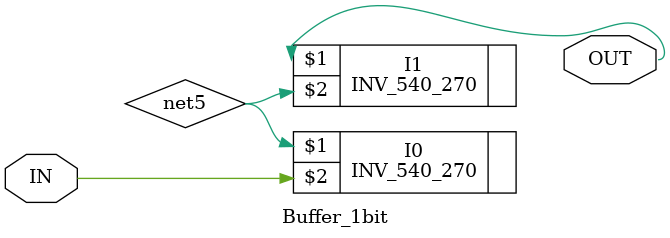
<source format=v>
`timescale 1ns / 1ns 

module Buffer_1bit ( OUT, IN );
output  OUT;

input  IN;


specify 
    specparam CDS_LIBNAME  = "ECE555";
    specparam CDS_CELLNAME = "Buffer_1bit";
    specparam CDS_VIEWNAME = "schematic";
endspecify

INV_540_270 I1 ( OUT, net5);
INV_540_270 I0 ( net5, IN);

endmodule

</source>
